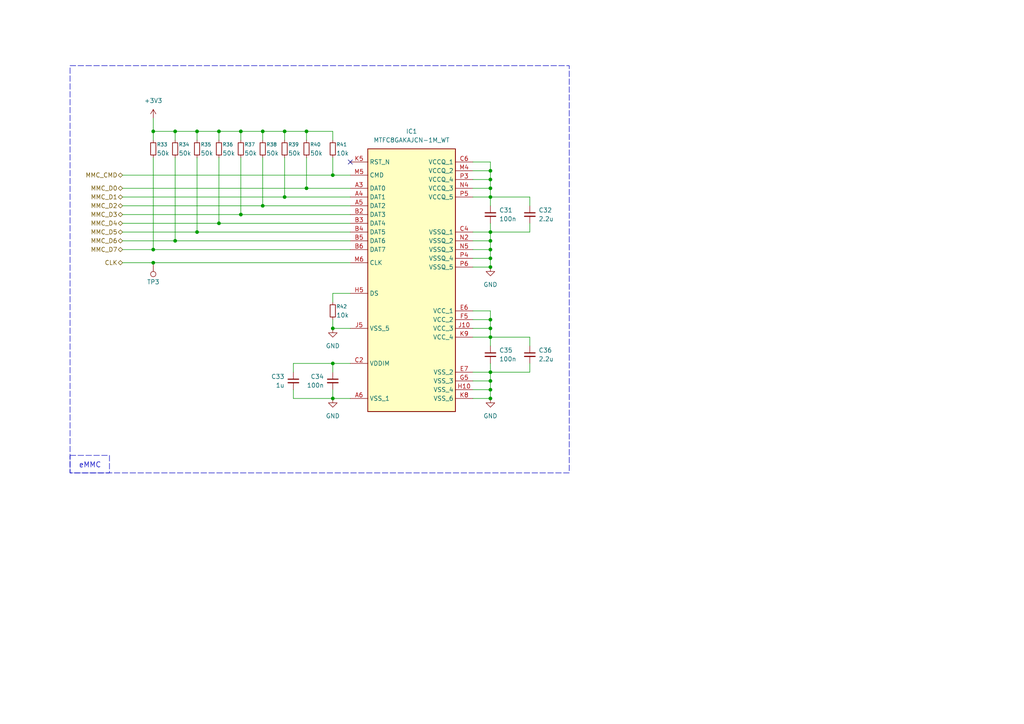
<source format=kicad_sch>
(kicad_sch (version 20250114) (generator "eeschema") (generator_version "9.0")
  (paper "A4")
  (title_block (title "eMMC") (company "Liquid Rocketry Illinois"))
  (lib_symbols
    (symbol "Connector:TestPoint" (pin_numbers (hide yes)) (pin_names (offset 0.762) (hide yes))
      (property "Reference" "TP" (at 0 6.858 0))
      (property "Value" "TestPoint" (at 0 5.08 0))
      (symbol "TestPoint_0_1"
        (circle (center 0 3.302) (radius 0.762))
      )
      (symbol "TestPoint_1_1"
        (pin passive line (at 0 0 90) (length 2.54) (name "1") (number "1"))
      )
    )
    (symbol "Device:C_Small" (pin_numbers (hide yes)) (pin_names (offset 0.254) (hide yes))
      (property "Reference" "C" (at 0.254 1.778 0))
      (property "Value" "C_Small" (at 0.254 -2.032 0))
      (symbol "C_Small_0_1"
        (polyline (pts (xy -1.524 0.508) (xy 1.524 0.508)) (stroke (width 0.3048)))
        (polyline (pts (xy -1.524 -0.508) (xy 1.524 -0.508)) (stroke (width 0.3302)))
      )
      (symbol "C_Small_1_1"
        (pin passive line (at 0 2.54 270) (length 2.032) (name "~") (number "1"))
        (pin passive line (at 0 -2.54 90) (length 2.032) (name "~") (number "2"))
      )
    )
    (symbol "Device:R_Small" (pin_numbers (hide yes)) (pin_names (offset 0.254) (hide yes))
      (property "Reference" "R" (at 0 0 90))
      (property "Value" "R_Small" (at 1.778 0 90))
      (symbol "R_Small_0_1"
        (rectangle (start -0.762 1.778) (end 0.762 -1.778) (stroke (width 0.2032)))
      )
      (symbol "R_Small_1_1"
        (pin passive line (at 0 2.54 270) (length 0.762) (name "~") (number "1"))
        (pin passive line (at 0 -2.54 90) (length 0.762) (name "~") (number "2"))
      )
    )
    (symbol "LRIEthernet_Library:MTFC8GAKAJCN-1M_WT"
      (property "Reference" "IC" (at 24.13 5.08 0))
      (property "Value" "MTFC8GAKAJCN-1M_WT" (at 24.13 2.54 0))
      (symbol "MTFC8GAKAJCN-1M_WT_1_1"
        (rectangle (start 0 0) (end 25.4 -76.2) (stroke (width 0.254)) (fill (type background)))
        (pin no_connect line (at -43.18 -30.48 0) (length 5.08) (hide yes) (name "NC_15") (number "B11"))
        (pin no_connect line (at -43.18 -33.02 0) (length 5.08) (hide yes) (name "NC_14") (number "B10"))
        (pin no_connect line (at -43.18 -35.56 0) (length 5.08) (hide yes) (name "NC_11") (number "B7"))
        (pin no_connect line (at -43.18 -38.1 0) (length 5.08) (hide yes) (name "NC_12") (number "B8"))
        (pin no_connect line (at -43.18 -40.64 0) (length 5.08) (hide yes) (name "NC_16") (number "B12"))
        (pin no_connect line (at -36.83 -66.04 0) (length 5.08) (hide yes) (name "NC_1") (number "A1"))
        (pin no_connect line (at -36.83 -69.85 0) (length 5.08) (hide yes) (name "NC_6") (number "A11"))
        (pin no_connect line (at -36.83 -73.66 0) (length 5.08) (hide yes) (name "NC_18") (number "B14"))
        (pin no_connect line (at -36.83 -77.47 0) (length 5.08) (hide yes) (name "NC_21") (number "C5"))
        (pin no_connect line (at -36.83 -80.01 0) (length 5.08) (hide yes) (name "NC_25") (number "C10"))
        (pin no_connect line (at -36.83 -81.28 0) (length 5.08) (hide yes) (name "NC_20") (number "C3"))
        (pin no_connect line (at -36.83 -82.55 0) (length 5.08) (hide yes) (name "NC_26") (number "C11"))
        (pin no_connect line (at -36.83 -85.09 0) (length 5.08) (hide yes) (name "NC_27") (number "C12"))
        (pin no_connect line (at -36.83 -87.63 0) (length 5.08) (hide yes) (name "NC_28") (number "C13"))
        (pin no_connect line (at -36.83 -88.9 0) (length 5.08) (hide yes) (name "NC_19") (number "C1"))
        (pin no_connect line (at -36.83 -90.17 0) (length 5.08) (hide yes) (name "NC_29") (number "C14"))
        (pin no_connect line (at -36.83 -92.71 0) (length 5.08) (hide yes) (name "NC_30") (number "D1"))
        (pin no_connect line (at -36.83 -101.6 0) (length 5.08) (hide yes) (name "NC_31") (number "D2"))
        (pin no_connect line (at -36.83 -104.14 0) (length 5.08) (hide yes) (name "NC_32") (number "D3"))
        (pin no_connect line (at -36.83 -106.68 0) (length 5.08) (hide yes) (name "NC_33") (number "D4"))
        (pin no_connect line (at -36.83 -109.22 0) (length 5.08) (hide yes) (name "NC_34") (number "D12"))
        (pin no_connect line (at -36.83 -111.76 0) (length 5.08) (hide yes) (name "NC_35") (number "D13"))
        (pin no_connect line (at -36.83 -114.3 0) (length 5.08) (hide yes) (name "NC_36") (number "D14"))
        (pin no_connect line (at -36.83 -116.84 0) (length 5.08) (hide yes) (name "NC_37") (number "E1"))
        (pin no_connect line (at -36.83 -119.38 0) (length 5.08) (hide yes) (name "NC_38") (number "E2"))
        (pin no_connect line (at -36.83 -121.92 0) (length 5.08) (hide yes) (name "NC_39") (number "E3"))
        (pin no_connect line (at -36.83 -127 0) (length 5.08) (hide yes) (name "RFU_5") (number "E10"))
        (pin no_connect line (at -36.83 -129.54 0) (length 5.08) (hide yes) (name "NC_40") (number "E12"))
        (pin no_connect line (at -36.83 -132.08 0) (length 5.08) (hide yes) (name "NC_41") (number "E13"))
        (pin no_connect line (at -27.94 1.27 0) (length 5.08) (hide yes) (name "NC_2") (number "A2"))
        (pin no_connect line (at -27.94 -1.27 0) (length 5.08) (hide yes) (name "RFU_1") (number "A7"))
        (pin no_connect line (at -27.94 -3.81 0) (length 5.08) (hide yes) (name "NC_3") (number "A8"))
        (pin no_connect line (at -27.94 -6.35 0) (length 5.08) (hide yes) (name "NC_4") (number "A9"))
        (pin no_connect line (at -27.94 -8.89 0) (length 5.08) (hide yes) (name "NC_5") (number "A10"))
        (pin no_connect line (at -27.94 -11.43 0) (length 5.08) (hide yes) (name "NC_7") (number "A12"))
        (pin no_connect line (at -27.94 -13.97 0) (length 5.08) (hide yes) (name "NC_8") (number "A13"))
        (pin no_connect line (at -27.94 -16.51 0) (length 5.08) (hide yes) (name "NC_9") (number "A14"))
        (pin no_connect line (at -27.94 -19.05 0) (length 5.08) (hide yes) (name "NC_10") (number "B1"))
        (pin no_connect line (at -24.13 -48.26 0) (length 5.08) (hide yes) (name "NC_17") (number "B13"))
        (pin passive line (at -5.08 -3.81 0) (length 5.08) (name "RST_N") (number "K5"))
        (pin passive line (at -5.08 -7.62 0) (length 5.08) (name "CMD") (number "M5"))
        (pin passive line (at -5.08 -11.43 0) (length 5.08) (name "DAT0") (number "A3"))
        (pin passive line (at -5.08 -13.97 0) (length 5.08) (name "DAT1") (number "A4"))
        (pin passive line (at -5.08 -16.51 0) (length 5.08) (name "DAT2") (number "A5"))
        (pin passive line (at -5.08 -19.05 0) (length 5.08) (name "DAT3") (number "B2"))
        (pin passive line (at -5.08 -21.59 0) (length 5.08) (name "DAT4") (number "B3"))
        (pin passive line (at -5.08 -24.13 0) (length 5.08) (name "DAT5") (number "B4"))
        (pin passive line (at -5.08 -26.67 0) (length 5.08) (name "DAT6") (number "B5"))
        (pin passive line (at -5.08 -29.21 0) (length 5.08) (name "DAT7") (number "B6"))
        (pin passive line (at -5.08 -33.02 0) (length 5.08) (name "CLK") (number "M6"))
        (pin passive line (at -5.08 -41.91 0) (length 5.08) (name "DS") (number "H5"))
        (pin passive line (at -5.08 -52.07 0) (length 5.08) (name "VSS_5") (number "J5"))
        (pin passive line (at -5.08 -62.23 0) (length 5.08) (name "VDDIM") (number "C2"))
        (pin passive line (at -5.08 -72.39 0) (length 5.08) (name "VSS_1") (number "A6"))
        (pin no_connect line (at 2.54 -100.33 180) (length 5.08) (hide yes) (name "NC_42") (number "E14"))
        (pin no_connect line (at 2.54 -102.87 180) (length 5.08) (hide yes) (name "NC_43") (number "F1"))
        (pin no_connect line (at 2.54 -105.41 180) (length 5.08) (hide yes) (name "NC_44") (number "F2"))
        (pin no_connect line (at 2.54 -107.95 180) (length 5.08) (hide yes) (name "NC_45") (number "F3"))
        (pin no_connect line (at 2.54 -113.03 180) (length 5.08) (hide yes) (name "RFU_6") (number "F10"))
        (pin no_connect line (at 2.54 -115.57 180) (length 5.08) (hide yes) (name "NC_46") (number "F12"))
        (pin no_connect line (at 2.54 -118.11 180) (length 5.08) (hide yes) (name "NC_47") (number "F13"))
        (pin no_connect line (at 2.54 -121.92 180) (length 5.08) (hide yes) (name "NC_92") (number "N6"))
        (pin no_connect line (at 2.54 -124.46 180) (length 5.08) (hide yes) (name "NC_93") (number "N7"))
        (pin no_connect line (at 2.54 -127 180) (length 5.08) (hide yes) (name "NC_94") (number "N8"))
        (pin no_connect line (at 2.54 -129.54 180) (length 5.08) (hide yes) (name "NC_95") (number "N9"))
        (pin no_connect line (at 2.54 -132.08 180) (length 5.08) (hide yes) (name "NC_96") (number "N10"))
        (pin no_connect line (at 2.54 -135.89 180) (length 5.08) (hide yes) (name "NC_48") (number "F14"))
        (pin no_connect line (at 2.54 -138.43 180) (length 5.08) (hide yes) (name "NC_49") (number "G1"))
        (pin no_connect line (at 2.54 -140.97 180) (length 5.08) (hide yes) (name "NC_50") (number "G2"))
        (pin no_connect line (at 2.54 -143.51 180) (length 5.08) (hide yes) (name "NC_51") (number "G3"))
        (pin no_connect line (at 2.54 -148.59 180) (length 5.08) (hide yes) (name "RFU_7") (number "G10"))
        (pin no_connect line (at 2.54 -151.13 180) (length 5.08) (hide yes) (name "NC_52") (number "G12"))
        (pin no_connect line (at 2.54 -153.67 180) (length 5.08) (hide yes) (name "NC_53") (number "G13"))
        (pin no_connect line (at 2.54 -156.21 180) (length 5.08) (hide yes) (name "NC_54") (number "G14"))
        (pin no_connect line (at 2.54 -161.29 180) (length 5.08) (hide yes) (name "NC_103") (number "P7"))
        (pin no_connect line (at 2.54 -163.83 180) (length 5.08) (hide yes) (name "NC_104") (number "P8"))
        (pin no_connect line (at 2.54 -166.37 180) (length 5.08) (hide yes) (name "NC_105") (number "P9"))
        (pin no_connect line (at 2.54 -168.91 180) (length 5.08) (hide yes) (name "RFU_11") (number "P10"))
        (pin no_connect line (at 2.54 -171.45 180) (length 5.08) (hide yes) (name "NC_106") (number "P11"))
        (pin no_connect line (at 2.54 -173.99 180) (length 5.08) (hide yes) (name "NC_107") (number "P12"))
        (pin no_connect line (at 2.54 -176.53 180) (length 5.08) (hide yes) (name "NC_108") (number "P13"))
        (pin no_connect line (at 2.54 -179.07 180) (length 5.08) (hide yes) (name "NC_109") (number "P14"))
        (pin no_connect line (at 8.89 16.51 0) (length 5.08) (hide yes) (name "RFU_4") (number "E9"))
        (pin no_connect line (at 11.43 20.32 180) (length 5.08) (hide yes) (name "NC_76") (number "L12"))
        (pin no_connect line (at 19.05 12.7 180) (length 5.08) (hide yes) (name "NC_87") (number "M12"))
        (pin no_connect line (at 25.4 17.78 0) (length 5.08) (hide yes) (name "RFU_3") (number "E8"))
        (pin passive line (at 30.48 -3.81 180) (length 5.08) (name "VCCQ_1") (number "C6"))
        (pin passive line (at 30.48 -6.35 180) (length 5.08) (name "VCCQ_2") (number "M4"))
        (pin passive line (at 30.48 -8.89 180) (length 5.08) (name "VCCQ_4") (number "P3"))
        (pin passive line (at 30.48 -11.43 180) (length 5.08) (name "VCCQ_3") (number "N4"))
        (pin passive line (at 30.48 -13.97 180) (length 5.08) (name "VCCQ_5") (number "P5"))
        (pin passive line (at 30.48 -24.13 180) (length 5.08) (name "VSSQ_1") (number "C4"))
        (pin passive line (at 30.48 -26.67 180) (length 5.08) (name "VSSQ_2") (number "N2"))
        (pin passive line (at 30.48 -29.21 180) (length 5.08) (name "VSSQ_3") (number "N5"))
        (pin passive line (at 30.48 -31.75 180) (length 5.08) (name "VSSQ_4") (number "P4"))
        (pin passive line (at 30.48 -34.29 180) (length 5.08) (name "VSSQ_5") (number "P6"))
        (pin passive line (at 30.48 -46.99 180) (length 5.08) (name "VCC_1") (number "E6"))
        (pin passive line (at 30.48 -49.53 180) (length 5.08) (name "VCC_2") (number "F5"))
        (pin passive line (at 30.48 -52.07 180) (length 5.08) (name "VCC_3") (number "J10"))
        (pin passive line (at 30.48 -54.61 180) (length 5.08) (name "VCC_4") (number "K9"))
        (pin passive line (at 30.48 -64.77 180) (length 5.08) (name "VSS_2") (number "E7"))
        (pin passive line (at 30.48 -67.31 180) (length 5.08) (name "VSS_3") (number "G5"))
        (pin passive line (at 30.48 -69.85 180) (length 5.08) (name "VSS_4") (number "H10"))
        (pin passive line (at 30.48 -72.39 180) (length 5.08) (name "VSS_6") (number "K8"))
        (pin no_connect line (at 53.34 -43.18 180) (length 5.08) (hide yes) (name "NC_64") (number "J12"))
        (pin no_connect line (at 53.34 -45.72 180) (length 5.08) (hide yes) (name "NC_65") (number "J13"))
        (pin no_connect line (at 53.34 -48.26 180) (length 5.08) (hide yes) (name "NC_66") (number "J14"))
        (pin no_connect line (at 53.34 -50.8 180) (length 5.08) (hide yes) (name "NC_67") (number "K1"))
        (pin no_connect line (at 53.34 -53.34 180) (length 5.08) (hide yes) (name "NC_68") (number "K2"))
        (pin no_connect line (at 53.34 -55.88 180) (length 5.08) (hide yes) (name "NC_69") (number "K3"))
        (pin no_connect line (at 53.34 -58.42 180) (length 5.08) (hide yes) (name "NC_82") (number "M7"))
        (pin no_connect line (at 54.61 13.97 180) (length 5.08) (hide yes) (name "NC_71") (number "K13"))
        (pin no_connect line (at 54.61 11.43 180) (length 5.08) (hide yes) (name "NC_58") (number "H12"))
        (pin no_connect line (at 54.61 8.89 180) (length 5.08) (hide yes) (name "NC_55") (number "H1"))
        (pin no_connect line (at 54.61 6.35 180) (length 5.08) (hide yes) (name "NC_56") (number "H2"))
        (pin no_connect line (at 54.61 3.81 180) (length 5.08) (hide yes) (name "NC_57") (number "H3"))
        (pin no_connect line (at 54.61 1.27 180) (length 5.08) (hide yes) (name "NC_70") (number "K12"))
        (pin no_connect line (at 54.61 -1.27 180) (length 5.08) (hide yes) (name "NC_60") (number "H14"))
        (pin no_connect line (at 54.61 -3.81 180) (length 5.08) (hide yes) (name "NC_59") (number "H13"))
        (pin no_connect line (at 54.61 -6.35 180) (length 5.08) (hide yes) (name "NC_72") (number "K14"))
        (pin no_connect line (at 54.61 -8.89 180) (length 5.08) (hide yes) (name "NC_73") (number "L1"))
        (pin no_connect line (at 54.61 -11.43 180) (length 5.08) (hide yes) (name "NC_98") (number "N12"))
        (pin no_connect line (at 54.61 -13.97 180) (length 5.08) (hide yes) (name "NC_89") (number "M14"))
        (pin no_connect line (at 54.61 -16.51 180) (length 5.08) (hide yes) (name "NC_61") (number "J1"))
        (pin no_connect line (at 54.61 -19.05 180) (length 5.08) (hide yes) (name "NC_78") (number "L14"))
        (pin no_connect line (at 54.61 -21.59 180) (length 5.08) (hide yes) (name "NC_90") (number "N1"))
        (pin no_connect line (at 54.61 -24.13 180) (length 5.08) (hide yes) (name "NC_91") (number "N3"))
        (pin no_connect line (at 54.61 -26.67 180) (length 5.08) (hide yes) (name "NC_101") (number "P1"))
        (pin no_connect line (at 54.61 -29.21 180) (length 5.08) (hide yes) (name "NC_102") (number "P2"))
        (pin no_connect line (at 54.61 -31.75 180) (length 5.08) (hide yes) (name "NC_79") (number "M1"))
        (pin no_connect line (at 54.61 -34.29 180) (length 5.08) (hide yes) (name "NC_80") (number "M2"))
        (pin no_connect line (at 54.61 -36.83 180) (length 5.08) (hide yes) (name "NC_81") (number "M3"))
        (pin no_connect line (at 57.15 -90.17 180) (length 5.08) (hide yes) (name "NC_88") (number "M13"))
        (pin no_connect line (at 57.15 -96.52 0) (length 5.08) (hide yes) (name "NC_13") (number "B9"))
        (pin no_connect line (at 58.42 -95.25 0) (length 5.08) (hide yes) (name "NC_22") (number "C7"))
        (pin no_connect line (at 58.42 -97.79 0) (length 5.08) (hide yes) (name "NC_23") (number "C8"))
        (pin no_connect line (at 58.42 -100.33 0) (length 5.08) (hide yes) (name "NC_24") (number "C9"))
        (pin no_connect line (at 76.2 -48.26 0) (length 5.08) (hide yes) (name "NC_85") (number "M10"))
        (pin no_connect line (at 76.2 -50.8 0) (length 5.08) (hide yes) (name "NC_84") (number "M9"))
        (pin no_connect line (at 76.2 -53.34 0) (length 5.08) (hide yes) (name "RFU_2") (number "E5"))
        (pin no_connect line (at 76.2 -55.88 0) (length 5.08) (hide yes) (name "NC_86") (number "M11"))
        (pin no_connect line (at 77.47 11.43 180) (length 5.08) (hide yes) (name "NC_74") (number "L2"))
        (pin no_connect line (at 77.47 8.89 180) (length 5.08) (hide yes) (name "NC_99") (number "N13"))
        (pin no_connect line (at 77.47 6.35 180) (length 5.08) (hide yes) (name "NC_100") (number "N14"))
        (pin no_connect line (at 77.47 3.81 180) (length 5.08) (hide yes) (name "NC_75") (number "L3"))
        (pin no_connect line (at 77.47 1.27 180) (length 5.08) (hide yes) (name "NC_62") (number "J2"))
        (pin no_connect line (at 77.47 -1.27 180) (length 5.08) (hide yes) (name "NC_77") (number "L13"))
        (pin no_connect line (at 77.47 -3.81 180) (length 5.08) (hide yes) (name "NC_63") (number "J3"))
        (pin no_connect line (at 81.28 -58.42 180) (length 5.08) (hide yes) (name "RFU_8") (number "K6"))
        (pin no_connect line (at 81.28 -60.96 180) (length 5.08) (hide yes) (name "RFU_9") (number "K7"))
        (pin no_connect line (at 81.28 -63.5 180) (length 5.08) (hide yes) (name "NC_83") (number "M8"))
        (pin no_connect line (at 81.28 -66.04 180) (length 5.08) (hide yes) (name "NC_97") (number "N11"))
        (pin no_connect line (at 81.28 -68.58 180) (length 5.08) (hide yes) (name "RFU_10") (number "K10"))
      )
    )
    (symbol "power:+3V3" (power) (pin_numbers (hide yes)) (pin_names (offset 0) (hide yes))
      (property "Value" "+3V3" (at 0 3.556 0))
      (symbol "+3V3_0_1"
        (polyline (pts (xy -0.762 1.27) (xy 0 2.54)))
        (polyline (pts (xy 0 2.54) (xy 0.762 1.27)))
        (polyline (pts (xy 0 0) (xy 0 2.54)))
      )
      (symbol "+3V3_1_1"
        (pin power_in line (at 0 0 90) (length 0) (name "~") (number "1"))
      )
    )
    (symbol "power:GND" (power) (pin_numbers (hide yes)) (pin_names (offset 0) (hide yes))
      (property "Value" "GND" (at 0 -3.81 0))
      (symbol "GND_0_1"
        (polyline (pts (xy 0 0) (xy 0 -1.27) (xy 1.27 -1.27) (xy 0 -2.54) (xy -1.27 -1.27) (xy 0 -1.27)))
      )
      (symbol "GND_1_1"
        (pin power_in line (at 0 0 270) (length 0) (name "~") (number "1"))
      )
    )
  )
  (rectangle (start 20.32 132.08) (end 31.75 137.16) (stroke (width 0) (type dash)))
  (rectangle (start 20.32 19.05) (end 165.1 137.16) (stroke (width 0) (type dash)))
  (text "eMMC" (at 22.86 135.89 0) (effects (font (size 1.524 1.524)) (justify left bottom)))
  (junction (at 96.52 50.8))
  (junction (at 142.24 54.61))
  (junction (at 142.24 95.25))
  (junction (at 82.55 57.15))
  (junction (at 142.24 77.47))
  (junction (at 96.52 105.41))
  (junction (at 82.55 38.1))
  (junction (at 63.5 38.1))
  (junction (at 88.9 38.1))
  (junction (at 142.24 52.07))
  (junction (at 44.45 72.39))
  (junction (at 142.24 72.39))
  (junction (at 142.24 110.49))
  (junction (at 69.85 38.1))
  (junction (at 142.24 57.15))
  (junction (at 57.15 38.1))
  (junction (at 76.2 38.1))
  (junction (at 96.52 95.25))
  (junction (at 44.45 38.1))
  (junction (at 96.52 115.57))
  (junction (at 142.24 74.93))
  (junction (at 142.24 97.79))
  (junction (at 142.24 92.71))
  (junction (at 142.24 115.57))
  (junction (at 88.9 54.61))
  (junction (at 50.8 38.1))
  (junction (at 142.24 107.95))
  (junction (at 50.8 69.85))
  (junction (at 142.24 67.31))
  (junction (at 76.2 59.69))
  (junction (at 63.5 64.77))
  (junction (at 69.85 62.23))
  (junction (at 57.15 67.31))
  (junction (at 142.24 69.85))
  (junction (at 44.45 76.2))
  (junction (at 142.24 113.03))
  (junction (at 142.24 49.53))
  (no_connect (at 101.6 46.99))
  (wire (pts (xy 63.5 64.77) (xy 101.6 64.77)))
  (wire (pts (xy 88.9 45.72) (xy 88.9 54.61)))
  (wire (pts (xy 96.52 115.57) (xy 101.6 115.57)))
  (wire (pts (xy 96.52 50.8) (xy 101.6 50.8)))
  (wire (pts (xy 142.24 105.41) (xy 142.24 107.95)))
  (wire (pts (xy 142.24 97.79) (xy 153.67 97.79)))
  (wire (pts (xy 142.24 72.39) (xy 142.24 74.93)))
  (wire (pts (xy 153.67 57.15) (xy 153.67 59.69)))
  (wire (pts (xy 142.24 57.15) (xy 142.24 59.69)))
  (wire (pts (xy 142.24 54.61) (xy 137.16 54.61)))
  (wire (pts (xy 57.15 38.1) (xy 57.15 40.64)))
  (wire (pts (xy 142.24 107.95) (xy 142.24 110.49)))
  (wire (pts (xy 142.24 110.49) (xy 142.24 113.03)))
  (wire (pts (xy 76.2 59.69) (xy 101.6 59.69)))
  (wire (pts (xy 96.52 105.41) (xy 101.6 105.41)))
  (wire (pts (xy 96.52 105.41) (xy 96.52 107.95)))
  (wire (pts (xy 63.5 38.1) (xy 69.85 38.1)))
  (wire (pts (xy 142.24 107.95) (xy 137.16 107.95)))
  (wire (pts (xy 35.56 50.8) (xy 96.52 50.8)))
  (wire (pts (xy 153.67 67.31) (xy 142.24 67.31)))
  (wire (pts (xy 35.56 62.23) (xy 69.85 62.23)))
  (wire (pts (xy 35.56 76.2) (xy 44.45 76.2)))
  (wire (pts (xy 88.9 38.1) (xy 88.9 40.64)))
  (wire (pts (xy 142.24 110.49) (xy 137.16 110.49)))
  (wire (pts (xy 88.9 54.61) (xy 101.6 54.61)))
  (wire (pts (xy 142.24 90.17) (xy 142.24 92.71)))
  (wire (pts (xy 142.24 95.25) (xy 137.16 95.25)))
  (wire (pts (xy 57.15 67.31) (xy 101.6 67.31)))
  (wire (pts (xy 142.24 46.99) (xy 142.24 49.53)))
  (wire (pts (xy 142.24 92.71) (xy 137.16 92.71)))
  (wire (pts (xy 142.24 52.07) (xy 137.16 52.07)))
  (wire (pts (xy 44.45 38.1) (xy 44.45 40.64)))
  (wire (pts (xy 101.6 85.09) (xy 96.52 85.09)))
  (wire (pts (xy 69.85 38.1) (xy 76.2 38.1)))
  (wire (pts (xy 35.56 67.31) (xy 57.15 67.31)))
  (wire (pts (xy 142.24 90.17) (xy 137.16 90.17)))
  (wire (pts (xy 142.24 115.57) (xy 137.16 115.57)))
  (wire (pts (xy 142.24 64.77) (xy 142.24 67.31)))
  (wire (pts (xy 142.24 74.93) (xy 137.16 74.93)))
  (wire (pts (xy 96.52 115.57) (xy 85.09 115.57)))
  (wire (pts (xy 153.67 105.41) (xy 153.67 107.95)))
  (wire (pts (xy 96.52 85.09) (xy 96.52 87.63)))
  (wire (pts (xy 35.56 64.77) (xy 63.5 64.77)))
  (wire (pts (xy 76.2 38.1) (xy 82.55 38.1)))
  (wire (pts (xy 44.45 34.29) (xy 44.45 38.1)))
  (wire (pts (xy 50.8 45.72) (xy 50.8 69.85)))
  (wire (pts (xy 76.2 38.1) (xy 76.2 40.64)))
  (wire (pts (xy 142.24 113.03) (xy 137.16 113.03)))
  (wire (pts (xy 50.8 38.1) (xy 57.15 38.1)))
  (wire (pts (xy 44.45 38.1) (xy 50.8 38.1)))
  (wire (pts (xy 142.24 54.61) (xy 142.24 57.15)))
  (wire (pts (xy 142.24 97.79) (xy 137.16 97.79)))
  (wire (pts (xy 35.56 54.61) (xy 88.9 54.61)))
  (wire (pts (xy 69.85 38.1) (xy 69.85 40.64)))
  (wire (pts (xy 153.67 97.79) (xy 153.67 100.33)))
  (wire (pts (xy 96.52 38.1) (xy 96.52 40.64)))
  (wire (pts (xy 142.24 67.31) (xy 142.24 69.85)))
  (wire (pts (xy 69.85 45.72) (xy 69.85 62.23)))
  (wire (pts (xy 142.24 72.39) (xy 137.16 72.39)))
  (wire (pts (xy 57.15 38.1) (xy 63.5 38.1)))
  (wire (pts (xy 35.56 57.15) (xy 82.55 57.15)))
  (wire (pts (xy 85.09 105.41) (xy 96.52 105.41)))
  (wire (pts (xy 82.55 45.72) (xy 82.55 57.15)))
  (wire (pts (xy 96.52 92.71) (xy 96.52 95.25)))
  (wire (pts (xy 35.56 69.85) (xy 50.8 69.85)))
  (wire (pts (xy 142.24 57.15) (xy 137.16 57.15)))
  (wire (pts (xy 85.09 115.57) (xy 85.09 113.03)))
  (wire (pts (xy 142.24 52.07) (xy 142.24 54.61)))
  (wire (pts (xy 50.8 69.85) (xy 101.6 69.85)))
  (wire (pts (xy 88.9 38.1) (xy 96.52 38.1)))
  (wire (pts (xy 142.24 46.99) (xy 137.16 46.99)))
  (wire (pts (xy 142.24 95.25) (xy 142.24 97.79)))
  (wire (pts (xy 96.52 45.72) (xy 96.52 50.8)))
  (wire (pts (xy 57.15 45.72) (xy 57.15 67.31)))
  (wire (pts (xy 76.2 45.72) (xy 76.2 59.69)))
  (wire (pts (xy 142.24 92.71) (xy 142.24 95.25)))
  (wire (pts (xy 142.24 97.79) (xy 142.24 100.33)))
  (wire (pts (xy 44.45 45.72) (xy 44.45 72.39)))
  (wire (pts (xy 35.56 72.39) (xy 44.45 72.39)))
  (wire (pts (xy 153.67 64.77) (xy 153.67 67.31)))
  (wire (pts (xy 142.24 69.85) (xy 137.16 69.85)))
  (wire (pts (xy 63.5 38.1) (xy 63.5 40.64)))
  (wire (pts (xy 142.24 67.31) (xy 137.16 67.31)))
  (wire (pts (xy 96.52 113.03) (xy 96.52 115.57)))
  (wire (pts (xy 69.85 62.23) (xy 101.6 62.23)))
  (wire (pts (xy 82.55 38.1) (xy 88.9 38.1)))
  (wire (pts (xy 142.24 57.15) (xy 153.67 57.15)))
  (wire (pts (xy 50.8 38.1) (xy 50.8 40.64)))
  (wire (pts (xy 85.09 107.95) (xy 85.09 105.41)))
  (wire (pts (xy 142.24 77.47) (xy 137.16 77.47)))
  (wire (pts (xy 142.24 49.53) (xy 137.16 49.53)))
  (wire (pts (xy 142.24 49.53) (xy 142.24 52.07)))
  (wire (pts (xy 44.45 76.2) (xy 101.6 76.2)))
  (wire (pts (xy 153.67 107.95) (xy 142.24 107.95)))
  (wire (pts (xy 142.24 113.03) (xy 142.24 115.57)))
  (wire (pts (xy 142.24 69.85) (xy 142.24 72.39)))
  (wire (pts (xy 63.5 45.72) (xy 63.5 64.77)))
  (wire (pts (xy 82.55 57.15) (xy 101.6 57.15)))
  (wire (pts (xy 44.45 72.39) (xy 101.6 72.39)))
  (wire (pts (xy 35.56 59.69) (xy 76.2 59.69)))
  (wire (pts (xy 82.55 38.1) (xy 82.55 40.64)))
  (wire (pts (xy 142.24 74.93) (xy 142.24 77.47)))
  (wire (pts (xy 96.52 95.25) (xy 101.6 95.25)))
  (hierarchical_label "CLK" (shape bidirectional) (at 35.56 76.2 180))
  (hierarchical_label "MMC_D4" (shape bidirectional) (at 35.56 64.77 180))
  (hierarchical_label "MMC_D2" (shape bidirectional) (at 35.56 59.69 180))
  (hierarchical_label "MMC_D0" (shape bidirectional) (at 35.56 54.61 180))
  (hierarchical_label "MMC_D6" (shape bidirectional) (at 35.56 69.85 180))
  (hierarchical_label "MMC_D3" (shape bidirectional) (at 35.56 62.23 180))
  (hierarchical_label "MMC_D5" (shape bidirectional) (at 35.56 67.31 180))
  (hierarchical_label "MMC_CMD" (shape bidirectional) (at 35.56 50.8 180))
  (hierarchical_label "MMC_D1" (shape bidirectional) (at 35.56 57.15 180))
  (hierarchical_label "MMC_D7" (shape bidirectional) (at 35.56 72.39 180))
  (symbol (lib_id "Device:R_Small") (at 69.85 43.18 0) (unit 1)
    (property "Reference" "R37" (at 70.866 41.91 0) (effects (font (size 1.016 1.016)) (justify left)))
    (property "Value" "50k" (at 70.866 44.45 0) (effects (justify left)))
    (property "Footprint" "Resistor_SMD:R_0603_1608Metric" (effects (hide yes)))
    (property "Description" "Resistor, small symbol" (effects (hide yes)))
  )
  (symbol (lib_id "Device:C_Small") (at 142.24 62.23 0) (unit 1)
    (property "Reference" "C31" (at 144.78 60.9662 0) (effects (justify left)))
    (property "Value" "100n" (at 144.78 63.5062 0) (effects (justify left)))
    (property "Footprint" "Capacitor_SMD:C_0402_1005Metric" (effects (hide yes)))
    (property "Description" "Unpolarized capacitor, small symbol" (effects (hide yes)))
  )
  (symbol (lib_id "Device:C_Small") (at 142.24 102.87 0) (unit 1)
    (property "Reference" "C35" (at 144.78 101.6062 0) (effects (justify left)))
    (property "Value" "100n" (at 144.78 104.1462 0) (effects (justify left)))
    (property "Footprint" "Capacitor_SMD:C_0402_1005Metric" (effects (hide yes)))
    (property "Description" "Unpolarized capacitor, small symbol" (effects (hide yes)))
  )
  (symbol (lib_id "Device:R_Small") (at 96.52 43.18 0) (unit 1)
    (property "Reference" "R41" (at 97.536 41.91 0) (effects (font (size 1.016 1.016)) (justify left)))
    (property "Value" "10k" (at 97.536 44.45 0) (effects (justify left)))
    (property "Footprint" "Resistor_SMD:R_0603_1608Metric" (effects (hide yes)))
    (property "Description" "Resistor, small symbol" (effects (hide yes)))
  )
  (symbol (lib_id "Device:R_Small") (at 76.2 43.18 0) (unit 1)
    (property "Reference" "R38" (at 77.216 41.91 0) (effects (font (size 1.016 1.016)) (justify left)))
    (property "Value" "50k" (at 77.216 44.45 0) (effects (justify left)))
    (property "Footprint" "Resistor_SMD:R_0603_1608Metric" (effects (hide yes)))
    (property "Description" "Resistor, small symbol" (effects (hide yes)))
  )
  (symbol (lib_id "Device:R_Small") (at 88.9 43.18 0) (unit 1)
    (property "Reference" "R40" (at 89.916 41.91 0) (effects (font (size 1.016 1.016)) (justify left)))
    (property "Value" "50k" (at 89.916 44.45 0) (effects (justify left)))
    (property "Footprint" "Resistor_SMD:R_0603_1608Metric" (effects (hide yes)))
    (property "Description" "Resistor, small symbol" (effects (hide yes)))
  )
  (symbol (lib_id "Device:R_Small") (at 44.45 43.18 0) (unit 1)
    (property "Reference" "R33" (at 45.466 41.91 0) (effects (font (size 1.016 1.016)) (justify left)))
    (property "Value" "50k" (at 45.466 44.45 0) (effects (justify left)))
    (property "Footprint" "Resistor_SMD:R_0603_1608Metric" (effects (hide yes)))
    (property "Description" "Resistor, small symbol" (effects (hide yes)))
  )
  (symbol (lib_id "power:+3V3") (at 44.45 34.29 0) (unit 1)
    (property "Reference" "#PWR032" (effects (hide yes)))
    (property "Value" "+3V3" (at 44.45 29.21 0))
    (property "Description" "Power symbol creates a global label with name \"+3V3\"" (effects (hide yes)))
  )
  (symbol (lib_id "Device:R_Small") (at 82.55 43.18 0) (unit 1)
    (property "Reference" "R39" (at 83.566 41.91 0) (effects (font (size 1.016 1.016)) (justify left)))
    (property "Value" "50k" (at 83.566 44.45 0) (effects (justify left)))
    (property "Footprint" "Resistor_SMD:R_0603_1608Metric" (effects (hide yes)))
    (property "Description" "Resistor, small symbol" (effects (hide yes)))
  )
  (symbol (lib_id "Device:R_Small") (at 50.8 43.18 0) (unit 1)
    (property "Reference" "R34" (at 51.816 41.91 0) (effects (font (size 1.016 1.016)) (justify left)))
    (property "Value" "50k" (at 51.816 44.45 0) (effects (justify left)))
    (property "Footprint" "Resistor_SMD:R_0603_1608Metric" (effects (hide yes)))
    (property "Description" "Resistor, small symbol" (effects (hide yes)))
  )
  (symbol (lib_id "Device:R_Small") (at 63.5 43.18 0) (unit 1)
    (property "Reference" "R36" (at 64.516 41.91 0) (effects (font (size 1.016 1.016)) (justify left)))
    (property "Value" "50k" (at 64.516 44.45 0) (effects (justify left)))
    (property "Footprint" "Resistor_SMD:R_0603_1608Metric" (effects (hide yes)))
    (property "Description" "Resistor, small symbol" (effects (hide yes)))
  )
  (symbol (lib_id "LRIEthernet_Library:MTFC8GAKAJCN-1M_WT") (at 106.68 43.18 0) (unit 1)
    (property "Reference" "IC1" (at 119.38 38.1 0))
    (property "Value" "MTFC8GAKAJCN-1M_WT" (at 119.38 40.64 0))
    (property "Footprint" "LRILibrary_Footprints:VFBGA153_11p5X13p0X1p0_CN_MRN" (effects (hide yes)))
    (property "Datasheet" "https://www.lcsc.com/datasheet/C524864.pdf" (effects (hide yes)))
    (property "Description" "FLASH - NAND Memory IC 64Gb (8G x 8) MMC   153-VFBGA (11.5x13)" (effects (hide yes)))
    (property "Height" "1" (effects (hide yes)))
    (property "Manufacturer_Name" "Micron" (effects (hide yes)))
    (property "Manufacturer_Part_Number" "MTFC8GAKAJCN-1M WT" (effects (hide yes)))
    (property "Mouser Part Number" "340-296537-TRAY" (effects (hide yes)))
    (property "Mouser Price/Stock" "https://www.mouser.co.uk/ProductDetail/Micron/MTFC8GAKAJCN-1M-WT?qs=rrS6PyfT74ewYsVo9o1G5A%3D%3D" (effects (hide yes)))
    (property "Arrow Part Number" "MTFC8GAKAJCN-1M WT" (effects (hide yes)))
    (property "Arrow Price/Stock" "https://www.arrow.com/en/products/mtfc8gakajcn-1mwt/micron-technology?region=nac" (effects (hide yes)))
  )
  (symbol (lib_id "Connector:TestPoint") (at 44.45 76.2 180) (unit 1)
    (property "Reference" "TP3" (at 44.45 81.788 0))
    (property "Value" "TestPoint" (effects (hide yes)))
    (property "Footprint" "TestPoint:TestPoint_Pad_D1.0mm" (effects (hide yes)))
    (property "Description" "test point" (effects (hide yes)))
  )
  (symbol (lib_id "power:GND") (at 96.52 115.57 0) (unit 1)
    (property "Reference" "#PWR0102" (effects (hide yes)))
    (property "Value" "GND" (at 96.52 120.65 0))
    (property "Description" "Power symbol creates a global label with name \"GND\" , ground" (effects (hide yes)))
  )
  (symbol (lib_id "Device:R_Small") (at 96.52 90.17 0) (unit 1)
    (property "Reference" "R42" (at 97.536 88.9 0) (effects (font (size 1.016 1.016)) (justify left)))
    (property "Value" "10k" (at 97.536 91.44 0) (effects (justify left)))
    (property "Footprint" "Resistor_SMD:R_0603_1608Metric" (effects (hide yes)))
    (property "Description" "Resistor, small symbol" (effects (hide yes)))
  )
  (symbol (lib_id "power:GND") (at 96.52 95.25 0) (unit 1)
    (property "Reference" "#PWR0105" (effects (hide yes)))
    (property "Value" "GND" (at 96.52 100.33 0))
    (property "Description" "Power symbol creates a global label with name \"GND\" , ground" (effects (hide yes)))
  )
  (symbol (lib_id "Device:C_Small") (at 153.67 102.87 0) (unit 1)
    (property "Reference" "C36" (at 156.21 101.6062 0) (effects (justify left)))
    (property "Value" "2.2u" (at 156.21 104.1462 0) (effects (justify left)))
    (property "Footprint" "Capacitor_SMD:C_0603_1608Metric" (effects (hide yes)))
    (property "Description" "Unpolarized capacitor, small symbol" (effects (hide yes)))
  )
  (symbol (lib_id "power:GND") (at 142.24 115.57 0) (unit 1)
    (property "Reference" "#PWR0103" (effects (hide yes)))
    (property "Value" "GND" (at 142.24 120.65 0))
    (property "Description" "Power symbol creates a global label with name \"GND\" , ground" (effects (hide yes)))
  )
  (symbol (lib_id "power:GND") (at 142.24 77.47 0) (unit 1)
    (property "Reference" "#PWR0104" (effects (hide yes)))
    (property "Value" "GND" (at 142.24 82.55 0))
    (property "Description" "Power symbol creates a global label with name \"GND\" , ground" (effects (hide yes)))
  )
  (symbol (lib_id "Device:C_Small") (at 96.52 110.49 0) (mirror y) (unit 1)
    (property "Reference" "C34" (at 93.98 109.2262 0) (effects (justify left)))
    (property "Value" "100n" (at 93.98 111.7662 0) (effects (justify left)))
    (property "Footprint" "Capacitor_SMD:C_0402_1005Metric" (effects (hide yes)))
    (property "Description" "Unpolarized capacitor, small symbol" (effects (hide yes)))
  )
  (symbol (lib_id "Device:C_Small") (at 153.67 62.23 0) (unit 1)
    (property "Reference" "C32" (at 156.21 60.9662 0) (effects (justify left)))
    (property "Value" "2.2u" (at 156.21 63.5062 0) (effects (justify left)))
    (property "Footprint" "Capacitor_SMD:C_0603_1608Metric" (effects (hide yes)))
    (property "Description" "Unpolarized capacitor, small symbol" (effects (hide yes)))
  )
  (symbol (lib_id "Device:C_Small") (at 85.09 110.49 0) (mirror y) (unit 1)
    (property "Reference" "C33" (at 82.55 109.2262 0) (effects (justify left)))
    (property "Value" "1u" (at 82.55 111.7662 0) (effects (justify left)))
    (property "Footprint" "Capacitor_SMD:C_0603_1608Metric" (effects (hide yes)))
    (property "Description" "Unpolarized capacitor, small symbol" (effects (hide yes)))
  )
  (symbol (lib_id "Device:R_Small") (at 57.15 43.18 0) (unit 1)
    (property "Reference" "R35" (at 58.166 41.91 0) (effects (font (size 1.016 1.016)) (justify left)))
    (property "Value" "50k" (at 58.166 44.45 0) (effects (justify left)))
    (property "Footprint" "Resistor_SMD:R_0603_1608Metric" (effects (hide yes)))
    (property "Description" "Resistor, small symbol" (effects (hide yes)))
  )
)
</source>
